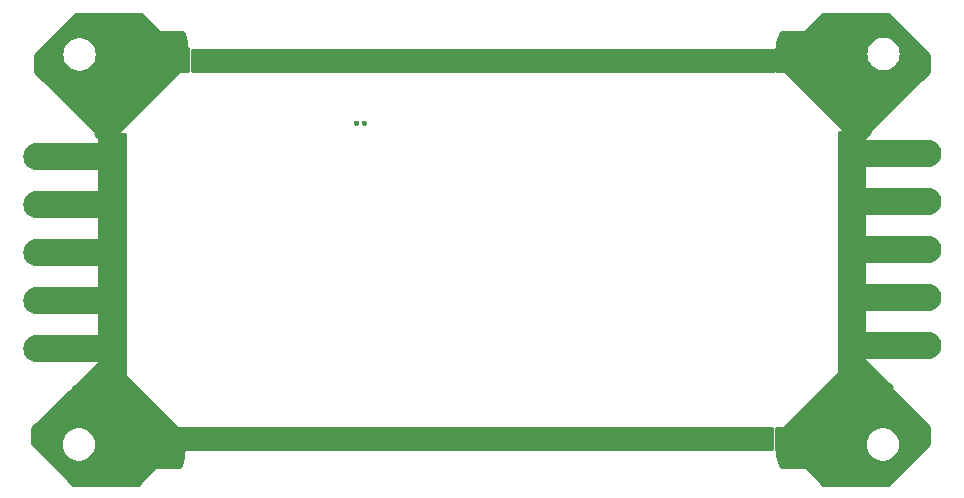
<source format=gbr>
%TF.GenerationSoftware,KiCad,Pcbnew,(5.1.6)-1*%
%TF.CreationDate,2020-11-07T21:14:23+00:00*%
%TF.ProjectId,ninja_iron,6e696e6a-615f-4697-926f-6e2e6b696361,rev?*%
%TF.SameCoordinates,Original*%
%TF.FileFunction,Soldermask,Bot*%
%TF.FilePolarity,Negative*%
%FSLAX46Y46*%
G04 Gerber Fmt 4.6, Leading zero omitted, Abs format (unit mm)*
G04 Created by KiCad (PCBNEW (5.1.6)-1) date 2020-11-07 21:14:23*
%MOMM*%
%LPD*%
G01*
G04 APERTURE LIST*
%ADD10C,0.254000*%
G04 APERTURE END LIST*
%TO.C,-*%
G36*
G01*
X76290000Y-119734000D02*
X76290000Y-119534000D01*
G75*
G02*
X76390000Y-119434000I100000J0D01*
G01*
X76650000Y-119434000D01*
G75*
G02*
X76750000Y-119534000I0J-100000D01*
G01*
X76750000Y-119734000D01*
G75*
G02*
X76650000Y-119834000I-100000J0D01*
G01*
X76390000Y-119834000D01*
G75*
G02*
X76290000Y-119734000I0J100000D01*
G01*
G37*
G36*
G01*
X75650000Y-119734000D02*
X75650000Y-119534000D01*
G75*
G02*
X75750000Y-119434000I100000J0D01*
G01*
X76010000Y-119434000D01*
G75*
G02*
X76110000Y-119534000I0J-100000D01*
G01*
X76110000Y-119734000D01*
G75*
G02*
X76010000Y-119834000I-100000J0D01*
G01*
X75750000Y-119834000D01*
G75*
G02*
X75650000Y-119734000I0J100000D01*
G01*
G37*
%TD*%
D10*
G36*
X59092197Y-111849803D02*
G01*
X59111443Y-111865597D01*
X59133399Y-111877333D01*
X59157224Y-111884560D01*
X59182000Y-111887000D01*
X61135510Y-111887000D01*
X61348173Y-112312326D01*
X61468000Y-112791634D01*
X61468000Y-113284000D01*
X61591091Y-113284000D01*
X61595000Y-113299634D01*
X61595000Y-115189000D01*
X60960000Y-115189000D01*
X60935224Y-115191440D01*
X60911399Y-115198667D01*
X60889443Y-115210403D01*
X60870197Y-115226197D01*
X54811394Y-121285000D01*
X54229000Y-121285000D01*
X54229000Y-120904000D01*
X54226560Y-120879224D01*
X54219333Y-120855399D01*
X54207597Y-120833443D01*
X54191803Y-120814197D01*
X48641000Y-115263394D01*
X48641000Y-113844606D01*
X48693606Y-113792000D01*
X50872000Y-113792000D01*
X50892458Y-114038892D01*
X50953274Y-114279049D01*
X51052789Y-114505921D01*
X51188289Y-114713319D01*
X51356078Y-114895586D01*
X51551578Y-115047750D01*
X51769457Y-115165660D01*
X52003772Y-115246100D01*
X52248131Y-115286877D01*
X52495869Y-115286877D01*
X52740228Y-115246100D01*
X52974543Y-115165660D01*
X53192422Y-115047750D01*
X53387922Y-114895586D01*
X53555711Y-114713319D01*
X53691211Y-114505921D01*
X53790726Y-114279049D01*
X53851542Y-114038892D01*
X53872000Y-113792000D01*
X53851542Y-113545108D01*
X53790726Y-113304951D01*
X53691211Y-113078079D01*
X53555711Y-112870681D01*
X53387922Y-112688414D01*
X53192422Y-112536250D01*
X52974543Y-112418340D01*
X52740228Y-112337900D01*
X52495869Y-112297123D01*
X52248131Y-112297123D01*
X52003772Y-112337900D01*
X51769457Y-112418340D01*
X51551578Y-112536250D01*
X51356078Y-112688414D01*
X51188289Y-112870681D01*
X51052789Y-113078079D01*
X50953274Y-113304951D01*
X50892458Y-113545108D01*
X50872000Y-113792000D01*
X48693606Y-113792000D01*
X52122606Y-110363000D01*
X57605394Y-110363000D01*
X59092197Y-111849803D01*
G37*
X59092197Y-111849803D02*
X59111443Y-111865597D01*
X59133399Y-111877333D01*
X59157224Y-111884560D01*
X59182000Y-111887000D01*
X61135510Y-111887000D01*
X61348173Y-112312326D01*
X61468000Y-112791634D01*
X61468000Y-113284000D01*
X61591091Y-113284000D01*
X61595000Y-113299634D01*
X61595000Y-115189000D01*
X60960000Y-115189000D01*
X60935224Y-115191440D01*
X60911399Y-115198667D01*
X60889443Y-115210403D01*
X60870197Y-115226197D01*
X54811394Y-121285000D01*
X54229000Y-121285000D01*
X54229000Y-120904000D01*
X54226560Y-120879224D01*
X54219333Y-120855399D01*
X54207597Y-120833443D01*
X54191803Y-120814197D01*
X48641000Y-115263394D01*
X48641000Y-113844606D01*
X48693606Y-113792000D01*
X50872000Y-113792000D01*
X50892458Y-114038892D01*
X50953274Y-114279049D01*
X51052789Y-114505921D01*
X51188289Y-114713319D01*
X51356078Y-114895586D01*
X51551578Y-115047750D01*
X51769457Y-115165660D01*
X52003772Y-115246100D01*
X52248131Y-115286877D01*
X52495869Y-115286877D01*
X52740228Y-115246100D01*
X52974543Y-115165660D01*
X53192422Y-115047750D01*
X53387922Y-114895586D01*
X53555711Y-114713319D01*
X53691211Y-114505921D01*
X53790726Y-114279049D01*
X53851542Y-114038892D01*
X53872000Y-113792000D01*
X53851542Y-113545108D01*
X53790726Y-113304951D01*
X53691211Y-113078079D01*
X53555711Y-112870681D01*
X53387922Y-112688414D01*
X53192422Y-112536250D01*
X52974543Y-112418340D01*
X52740228Y-112337900D01*
X52495869Y-112297123D01*
X52248131Y-112297123D01*
X52003772Y-112337900D01*
X51769457Y-112418340D01*
X51551578Y-112536250D01*
X51356078Y-112688414D01*
X51188289Y-112870681D01*
X51052789Y-113078079D01*
X50953274Y-113304951D01*
X50892458Y-113545108D01*
X50872000Y-113792000D01*
X48693606Y-113792000D01*
X52122606Y-110363000D01*
X57605394Y-110363000D01*
X59092197Y-111849803D01*
G36*
X124333000Y-113844606D02*
G01*
X124333000Y-115263394D01*
X118782197Y-120814197D01*
X118766403Y-120833443D01*
X118754667Y-120855399D01*
X118747440Y-120879224D01*
X118745000Y-120904000D01*
X118745000Y-121285000D01*
X118162606Y-121285000D01*
X112103803Y-115226197D01*
X112084557Y-115210403D01*
X112062601Y-115198667D01*
X112038776Y-115191440D01*
X112014000Y-115189000D01*
X111379000Y-115189000D01*
X111379000Y-113744000D01*
X118944000Y-113744000D01*
X118964458Y-113990892D01*
X119025274Y-114231049D01*
X119124789Y-114457921D01*
X119260289Y-114665319D01*
X119428078Y-114847586D01*
X119623578Y-114999750D01*
X119841457Y-115117660D01*
X120075772Y-115198100D01*
X120320131Y-115238877D01*
X120567869Y-115238877D01*
X120812228Y-115198100D01*
X121046543Y-115117660D01*
X121264422Y-114999750D01*
X121459922Y-114847586D01*
X121627711Y-114665319D01*
X121763211Y-114457921D01*
X121862726Y-114231049D01*
X121923542Y-113990892D01*
X121944000Y-113744000D01*
X121923542Y-113497108D01*
X121862726Y-113256951D01*
X121763211Y-113030079D01*
X121627711Y-112822681D01*
X121459922Y-112640414D01*
X121264422Y-112488250D01*
X121046543Y-112370340D01*
X120812228Y-112289900D01*
X120567869Y-112249123D01*
X120320131Y-112249123D01*
X120075772Y-112289900D01*
X119841457Y-112370340D01*
X119623578Y-112488250D01*
X119428078Y-112640414D01*
X119260289Y-112822681D01*
X119124789Y-113030079D01*
X119025274Y-113256951D01*
X118964458Y-113497108D01*
X118944000Y-113744000D01*
X111379000Y-113744000D01*
X111379000Y-113299634D01*
X111382909Y-113284000D01*
X111506000Y-113284000D01*
X111506000Y-112791634D01*
X111625827Y-112312326D01*
X111838490Y-111887000D01*
X113792000Y-111887000D01*
X113816776Y-111884560D01*
X113840601Y-111877333D01*
X113862557Y-111865597D01*
X113881803Y-111849803D01*
X115368606Y-110363000D01*
X120851394Y-110363000D01*
X124333000Y-113844606D01*
G37*
X124333000Y-113844606D02*
X124333000Y-115263394D01*
X118782197Y-120814197D01*
X118766403Y-120833443D01*
X118754667Y-120855399D01*
X118747440Y-120879224D01*
X118745000Y-120904000D01*
X118745000Y-121285000D01*
X118162606Y-121285000D01*
X112103803Y-115226197D01*
X112084557Y-115210403D01*
X112062601Y-115198667D01*
X112038776Y-115191440D01*
X112014000Y-115189000D01*
X111379000Y-115189000D01*
X111379000Y-113744000D01*
X118944000Y-113744000D01*
X118964458Y-113990892D01*
X119025274Y-114231049D01*
X119124789Y-114457921D01*
X119260289Y-114665319D01*
X119428078Y-114847586D01*
X119623578Y-114999750D01*
X119841457Y-115117660D01*
X120075772Y-115198100D01*
X120320131Y-115238877D01*
X120567869Y-115238877D01*
X120812228Y-115198100D01*
X121046543Y-115117660D01*
X121264422Y-114999750D01*
X121459922Y-114847586D01*
X121627711Y-114665319D01*
X121763211Y-114457921D01*
X121862726Y-114231049D01*
X121923542Y-113990892D01*
X121944000Y-113744000D01*
X121923542Y-113497108D01*
X121862726Y-113256951D01*
X121763211Y-113030079D01*
X121627711Y-112822681D01*
X121459922Y-112640414D01*
X121264422Y-112488250D01*
X121046543Y-112370340D01*
X120812228Y-112289900D01*
X120567869Y-112249123D01*
X120320131Y-112249123D01*
X120075772Y-112289900D01*
X119841457Y-112370340D01*
X119623578Y-112488250D01*
X119428078Y-112640414D01*
X119260289Y-112822681D01*
X119124789Y-113030079D01*
X119025274Y-113256951D01*
X118964458Y-113497108D01*
X118944000Y-113744000D01*
X111379000Y-113744000D01*
X111379000Y-113299634D01*
X111382909Y-113284000D01*
X111506000Y-113284000D01*
X111506000Y-112791634D01*
X111625827Y-112312326D01*
X111838490Y-111887000D01*
X113792000Y-111887000D01*
X113816776Y-111884560D01*
X113840601Y-111877333D01*
X113862557Y-111865597D01*
X113881803Y-111849803D01*
X115368606Y-110363000D01*
X120851394Y-110363000D01*
X124333000Y-113844606D01*
G36*
X111017617Y-147193000D02*
G01*
X61341000Y-147193000D01*
X61341000Y-145415000D01*
X111017617Y-145415000D01*
X111017617Y-147193000D01*
G37*
X111017617Y-147193000D02*
X61341000Y-147193000D01*
X61341000Y-145415000D01*
X111017617Y-145415000D01*
X111017617Y-147193000D01*
G36*
X56261000Y-142144994D02*
G01*
X51811415Y-142144994D01*
X54102000Y-139954000D01*
X54102000Y-139700000D01*
X48768000Y-139700000D01*
X48569788Y-139680478D01*
X48379194Y-139622662D01*
X48203541Y-139528773D01*
X48049580Y-139402420D01*
X47923227Y-139248459D01*
X47829338Y-139072806D01*
X47771522Y-138882212D01*
X47752000Y-138684000D01*
X47771522Y-138485788D01*
X47829338Y-138295194D01*
X47923227Y-138119541D01*
X48049580Y-137965580D01*
X48203541Y-137839227D01*
X48379194Y-137745338D01*
X48569788Y-137687522D01*
X48768000Y-137668000D01*
X54102000Y-137668000D01*
X54102000Y-135636000D01*
X48768000Y-135636000D01*
X48569788Y-135616478D01*
X48379194Y-135558662D01*
X48203541Y-135464773D01*
X48049580Y-135338420D01*
X47923227Y-135184459D01*
X47829338Y-135008806D01*
X47771522Y-134818212D01*
X47752000Y-134620000D01*
X47771522Y-134421788D01*
X47829338Y-134231194D01*
X47923227Y-134055541D01*
X48049580Y-133901580D01*
X48203541Y-133775227D01*
X48379194Y-133681338D01*
X48569788Y-133623522D01*
X48768000Y-133604000D01*
X54102000Y-133604000D01*
X54102000Y-131572000D01*
X48768000Y-131572000D01*
X48569788Y-131552478D01*
X48379194Y-131494662D01*
X48203541Y-131400773D01*
X48049580Y-131274420D01*
X47923227Y-131120459D01*
X47829338Y-130944806D01*
X47771522Y-130754212D01*
X47752000Y-130556000D01*
X47771522Y-130357788D01*
X47829338Y-130167194D01*
X47923227Y-129991541D01*
X48049580Y-129837580D01*
X48203541Y-129711227D01*
X48379194Y-129617338D01*
X48569788Y-129559522D01*
X48768000Y-129540000D01*
X54102000Y-129540000D01*
X54102000Y-127508000D01*
X48768000Y-127508000D01*
X48569788Y-127488478D01*
X48379194Y-127430662D01*
X48203541Y-127336773D01*
X48049580Y-127210420D01*
X47923227Y-127056459D01*
X47829338Y-126880806D01*
X47771522Y-126690212D01*
X47752000Y-126492000D01*
X47771522Y-126293788D01*
X47829338Y-126103194D01*
X47923227Y-125927541D01*
X48049580Y-125773580D01*
X48203541Y-125647227D01*
X48379194Y-125553338D01*
X48569788Y-125495522D01*
X48768000Y-125476000D01*
X54102000Y-125476000D01*
X54102000Y-123444000D01*
X48768000Y-123444000D01*
X48569788Y-123424478D01*
X48379194Y-123366662D01*
X48203541Y-123272773D01*
X48049580Y-123146420D01*
X47923227Y-122992459D01*
X47829338Y-122816806D01*
X47771522Y-122626212D01*
X47752000Y-122428000D01*
X47771522Y-122229788D01*
X47829338Y-122039194D01*
X47923227Y-121863541D01*
X48049580Y-121709580D01*
X48203541Y-121583227D01*
X48379194Y-121489338D01*
X48569788Y-121431522D01*
X48768000Y-121412000D01*
X54102000Y-121412000D01*
X54102000Y-120904000D01*
X53752994Y-120554994D01*
X56261000Y-120554994D01*
X56261000Y-142144994D01*
G37*
X56261000Y-142144994D02*
X51811415Y-142144994D01*
X54102000Y-139954000D01*
X54102000Y-139700000D01*
X48768000Y-139700000D01*
X48569788Y-139680478D01*
X48379194Y-139622662D01*
X48203541Y-139528773D01*
X48049580Y-139402420D01*
X47923227Y-139248459D01*
X47829338Y-139072806D01*
X47771522Y-138882212D01*
X47752000Y-138684000D01*
X47771522Y-138485788D01*
X47829338Y-138295194D01*
X47923227Y-138119541D01*
X48049580Y-137965580D01*
X48203541Y-137839227D01*
X48379194Y-137745338D01*
X48569788Y-137687522D01*
X48768000Y-137668000D01*
X54102000Y-137668000D01*
X54102000Y-135636000D01*
X48768000Y-135636000D01*
X48569788Y-135616478D01*
X48379194Y-135558662D01*
X48203541Y-135464773D01*
X48049580Y-135338420D01*
X47923227Y-135184459D01*
X47829338Y-135008806D01*
X47771522Y-134818212D01*
X47752000Y-134620000D01*
X47771522Y-134421788D01*
X47829338Y-134231194D01*
X47923227Y-134055541D01*
X48049580Y-133901580D01*
X48203541Y-133775227D01*
X48379194Y-133681338D01*
X48569788Y-133623522D01*
X48768000Y-133604000D01*
X54102000Y-133604000D01*
X54102000Y-131572000D01*
X48768000Y-131572000D01*
X48569788Y-131552478D01*
X48379194Y-131494662D01*
X48203541Y-131400773D01*
X48049580Y-131274420D01*
X47923227Y-131120459D01*
X47829338Y-130944806D01*
X47771522Y-130754212D01*
X47752000Y-130556000D01*
X47771522Y-130357788D01*
X47829338Y-130167194D01*
X47923227Y-129991541D01*
X48049580Y-129837580D01*
X48203541Y-129711227D01*
X48379194Y-129617338D01*
X48569788Y-129559522D01*
X48768000Y-129540000D01*
X54102000Y-129540000D01*
X54102000Y-127508000D01*
X48768000Y-127508000D01*
X48569788Y-127488478D01*
X48379194Y-127430662D01*
X48203541Y-127336773D01*
X48049580Y-127210420D01*
X47923227Y-127056459D01*
X47829338Y-126880806D01*
X47771522Y-126690212D01*
X47752000Y-126492000D01*
X47771522Y-126293788D01*
X47829338Y-126103194D01*
X47923227Y-125927541D01*
X48049580Y-125773580D01*
X48203541Y-125647227D01*
X48379194Y-125553338D01*
X48569788Y-125495522D01*
X48768000Y-125476000D01*
X54102000Y-125476000D01*
X54102000Y-123444000D01*
X48768000Y-123444000D01*
X48569788Y-123424478D01*
X48379194Y-123366662D01*
X48203541Y-123272773D01*
X48049580Y-123146420D01*
X47923227Y-122992459D01*
X47829338Y-122816806D01*
X47771522Y-122626212D01*
X47752000Y-122428000D01*
X47771522Y-122229788D01*
X47829338Y-122039194D01*
X47923227Y-121863541D01*
X48049580Y-121709580D01*
X48203541Y-121583227D01*
X48379194Y-121489338D01*
X48569788Y-121431522D01*
X48768000Y-121412000D01*
X54102000Y-121412000D01*
X54102000Y-120904000D01*
X53752994Y-120554994D01*
X56261000Y-120554994D01*
X56261000Y-142144994D01*
G36*
X60613851Y-145377803D02*
G01*
X60633097Y-145393597D01*
X60655053Y-145405333D01*
X60678878Y-145412560D01*
X60703654Y-145415000D01*
X61338654Y-145415000D01*
X61338654Y-147304366D01*
X61334746Y-147320000D01*
X61214000Y-147320000D01*
X61214000Y-147802982D01*
X61091827Y-148291674D01*
X60879164Y-148717000D01*
X58925654Y-148717000D01*
X58900878Y-148719440D01*
X58877053Y-148726667D01*
X58855097Y-148738403D01*
X58835851Y-148754197D01*
X57349048Y-150241000D01*
X51866260Y-150241000D01*
X48437260Y-146812000D01*
X50824000Y-146812000D01*
X50844458Y-147058892D01*
X50905274Y-147299049D01*
X51004789Y-147525921D01*
X51140289Y-147733319D01*
X51308078Y-147915586D01*
X51503578Y-148067750D01*
X51721457Y-148185660D01*
X51955772Y-148266100D01*
X52200131Y-148306877D01*
X52447869Y-148306877D01*
X52692228Y-148266100D01*
X52926543Y-148185660D01*
X53144422Y-148067750D01*
X53339922Y-147915586D01*
X53507711Y-147733319D01*
X53643211Y-147525921D01*
X53742726Y-147299049D01*
X53803542Y-147058892D01*
X53824000Y-146812000D01*
X53803542Y-146565108D01*
X53742726Y-146324951D01*
X53643211Y-146098079D01*
X53507711Y-145890681D01*
X53339922Y-145708414D01*
X53144422Y-145556250D01*
X52926543Y-145438340D01*
X52692228Y-145357900D01*
X52447869Y-145317123D01*
X52200131Y-145317123D01*
X51955772Y-145357900D01*
X51721457Y-145438340D01*
X51503578Y-145556250D01*
X51308078Y-145708414D01*
X51140289Y-145890681D01*
X51004789Y-146098079D01*
X50905274Y-146324951D01*
X50844458Y-146565108D01*
X50824000Y-146812000D01*
X48437260Y-146812000D01*
X48384654Y-146759394D01*
X48384654Y-145422766D01*
X54102000Y-139954000D01*
X54102000Y-139700000D01*
X53972654Y-139700000D01*
X53972654Y-139319000D01*
X54555048Y-139319000D01*
X60613851Y-145377803D01*
G37*
X60613851Y-145377803D02*
X60633097Y-145393597D01*
X60655053Y-145405333D01*
X60678878Y-145412560D01*
X60703654Y-145415000D01*
X61338654Y-145415000D01*
X61338654Y-147304366D01*
X61334746Y-147320000D01*
X61214000Y-147320000D01*
X61214000Y-147802982D01*
X61091827Y-148291674D01*
X60879164Y-148717000D01*
X58925654Y-148717000D01*
X58900878Y-148719440D01*
X58877053Y-148726667D01*
X58855097Y-148738403D01*
X58835851Y-148754197D01*
X57349048Y-150241000D01*
X51866260Y-150241000D01*
X48437260Y-146812000D01*
X50824000Y-146812000D01*
X50844458Y-147058892D01*
X50905274Y-147299049D01*
X51004789Y-147525921D01*
X51140289Y-147733319D01*
X51308078Y-147915586D01*
X51503578Y-148067750D01*
X51721457Y-148185660D01*
X51955772Y-148266100D01*
X52200131Y-148306877D01*
X52447869Y-148306877D01*
X52692228Y-148266100D01*
X52926543Y-148185660D01*
X53144422Y-148067750D01*
X53339922Y-147915586D01*
X53507711Y-147733319D01*
X53643211Y-147525921D01*
X53742726Y-147299049D01*
X53803542Y-147058892D01*
X53824000Y-146812000D01*
X53803542Y-146565108D01*
X53742726Y-146324951D01*
X53643211Y-146098079D01*
X53507711Y-145890681D01*
X53339922Y-145708414D01*
X53144422Y-145556250D01*
X52926543Y-145438340D01*
X52692228Y-145357900D01*
X52447869Y-145317123D01*
X52200131Y-145317123D01*
X51955772Y-145357900D01*
X51721457Y-145438340D01*
X51503578Y-145556250D01*
X51308078Y-145708414D01*
X51140289Y-145890681D01*
X51004789Y-146098079D01*
X50905274Y-146324951D01*
X50844458Y-146565108D01*
X50824000Y-146812000D01*
X48437260Y-146812000D01*
X48384654Y-146759394D01*
X48384654Y-145422766D01*
X54102000Y-139954000D01*
X54102000Y-139700000D01*
X53972654Y-139700000D01*
X53972654Y-139319000D01*
X54555048Y-139319000D01*
X60613851Y-145377803D01*
G36*
X118872000Y-120900000D02*
G01*
X118872000Y-121158000D01*
X124206000Y-121158000D01*
X124404212Y-121177522D01*
X124594806Y-121235338D01*
X124770459Y-121329227D01*
X124924420Y-121455580D01*
X125050773Y-121609541D01*
X125144662Y-121785194D01*
X125202478Y-121975788D01*
X125222000Y-122174000D01*
X125202478Y-122372212D01*
X125144662Y-122562806D01*
X125050773Y-122738459D01*
X124924420Y-122892420D01*
X124770459Y-123018773D01*
X124594806Y-123112662D01*
X124404212Y-123170478D01*
X124206000Y-123190000D01*
X118872000Y-123190000D01*
X118872000Y-125222000D01*
X124206000Y-125222000D01*
X124404212Y-125241522D01*
X124594806Y-125299338D01*
X124770459Y-125393227D01*
X124924420Y-125519580D01*
X125050773Y-125673541D01*
X125144662Y-125849194D01*
X125202478Y-126039788D01*
X125222000Y-126238000D01*
X125202478Y-126436212D01*
X125144662Y-126626806D01*
X125050773Y-126802459D01*
X124924420Y-126956420D01*
X124770459Y-127082773D01*
X124594806Y-127176662D01*
X124404212Y-127234478D01*
X124206000Y-127254000D01*
X118872000Y-127254000D01*
X118872000Y-129286000D01*
X124206000Y-129286000D01*
X124404212Y-129305522D01*
X124594806Y-129363338D01*
X124770459Y-129457227D01*
X124924420Y-129583580D01*
X125050773Y-129737541D01*
X125144662Y-129913194D01*
X125202478Y-130103788D01*
X125222000Y-130302000D01*
X125202478Y-130500212D01*
X125144662Y-130690806D01*
X125050773Y-130866459D01*
X124924420Y-131020420D01*
X124770459Y-131146773D01*
X124594806Y-131240662D01*
X124404212Y-131298478D01*
X124206000Y-131318000D01*
X118872000Y-131318000D01*
X118872000Y-133350000D01*
X124206000Y-133350000D01*
X124404212Y-133369522D01*
X124594806Y-133427338D01*
X124770459Y-133521227D01*
X124924420Y-133647580D01*
X125050773Y-133801541D01*
X125144662Y-133977194D01*
X125202478Y-134167788D01*
X125222000Y-134366000D01*
X125202478Y-134564212D01*
X125144662Y-134754806D01*
X125050773Y-134930459D01*
X124924420Y-135084420D01*
X124770459Y-135210773D01*
X124594806Y-135304662D01*
X124404212Y-135362478D01*
X124206000Y-135382000D01*
X118872000Y-135382000D01*
X118872000Y-137414000D01*
X124206000Y-137414000D01*
X124404212Y-137433522D01*
X124594806Y-137491338D01*
X124770459Y-137585227D01*
X124924420Y-137711580D01*
X125050773Y-137865541D01*
X125144662Y-138041194D01*
X125202478Y-138231788D01*
X125222000Y-138430000D01*
X125202478Y-138628212D01*
X125144662Y-138818806D01*
X125050773Y-138994459D01*
X124924420Y-139148420D01*
X124770459Y-139274773D01*
X124594806Y-139368662D01*
X124404212Y-139426478D01*
X124206000Y-139446000D01*
X118872000Y-139446000D01*
X118872000Y-139700000D01*
X121180362Y-142008362D01*
X116713000Y-142008362D01*
X116713000Y-120418362D01*
X119353983Y-120418362D01*
X118872000Y-120900000D01*
G37*
X118872000Y-120900000D02*
X118872000Y-121158000D01*
X124206000Y-121158000D01*
X124404212Y-121177522D01*
X124594806Y-121235338D01*
X124770459Y-121329227D01*
X124924420Y-121455580D01*
X125050773Y-121609541D01*
X125144662Y-121785194D01*
X125202478Y-121975788D01*
X125222000Y-122174000D01*
X125202478Y-122372212D01*
X125144662Y-122562806D01*
X125050773Y-122738459D01*
X124924420Y-122892420D01*
X124770459Y-123018773D01*
X124594806Y-123112662D01*
X124404212Y-123170478D01*
X124206000Y-123190000D01*
X118872000Y-123190000D01*
X118872000Y-125222000D01*
X124206000Y-125222000D01*
X124404212Y-125241522D01*
X124594806Y-125299338D01*
X124770459Y-125393227D01*
X124924420Y-125519580D01*
X125050773Y-125673541D01*
X125144662Y-125849194D01*
X125202478Y-126039788D01*
X125222000Y-126238000D01*
X125202478Y-126436212D01*
X125144662Y-126626806D01*
X125050773Y-126802459D01*
X124924420Y-126956420D01*
X124770459Y-127082773D01*
X124594806Y-127176662D01*
X124404212Y-127234478D01*
X124206000Y-127254000D01*
X118872000Y-127254000D01*
X118872000Y-129286000D01*
X124206000Y-129286000D01*
X124404212Y-129305522D01*
X124594806Y-129363338D01*
X124770459Y-129457227D01*
X124924420Y-129583580D01*
X125050773Y-129737541D01*
X125144662Y-129913194D01*
X125202478Y-130103788D01*
X125222000Y-130302000D01*
X125202478Y-130500212D01*
X125144662Y-130690806D01*
X125050773Y-130866459D01*
X124924420Y-131020420D01*
X124770459Y-131146773D01*
X124594806Y-131240662D01*
X124404212Y-131298478D01*
X124206000Y-131318000D01*
X118872000Y-131318000D01*
X118872000Y-133350000D01*
X124206000Y-133350000D01*
X124404212Y-133369522D01*
X124594806Y-133427338D01*
X124770459Y-133521227D01*
X124924420Y-133647580D01*
X125050773Y-133801541D01*
X125144662Y-133977194D01*
X125202478Y-134167788D01*
X125222000Y-134366000D01*
X125202478Y-134564212D01*
X125144662Y-134754806D01*
X125050773Y-134930459D01*
X124924420Y-135084420D01*
X124770459Y-135210773D01*
X124594806Y-135304662D01*
X124404212Y-135362478D01*
X124206000Y-135382000D01*
X118872000Y-135382000D01*
X118872000Y-137414000D01*
X124206000Y-137414000D01*
X124404212Y-137433522D01*
X124594806Y-137491338D01*
X124770459Y-137585227D01*
X124924420Y-137711580D01*
X125050773Y-137865541D01*
X125144662Y-138041194D01*
X125202478Y-138231788D01*
X125222000Y-138430000D01*
X125202478Y-138628212D01*
X125144662Y-138818806D01*
X125050773Y-138994459D01*
X124924420Y-139148420D01*
X124770459Y-139274773D01*
X124594806Y-139368662D01*
X124404212Y-139426478D01*
X124206000Y-139446000D01*
X118872000Y-139446000D01*
X118872000Y-139700000D01*
X121180362Y-142008362D01*
X116713000Y-142008362D01*
X116713000Y-120418362D01*
X119353983Y-120418362D01*
X118872000Y-120900000D01*
G36*
X118745000Y-139700000D02*
G01*
X118747440Y-139724776D01*
X118754667Y-139748601D01*
X118766403Y-139770557D01*
X118782197Y-139789803D01*
X124333000Y-145340606D01*
X124333000Y-146759394D01*
X120851394Y-150241000D01*
X115368606Y-150241000D01*
X113881803Y-148754197D01*
X113862557Y-148738403D01*
X113840601Y-148726667D01*
X113816776Y-148719440D01*
X113792000Y-148717000D01*
X111838490Y-148717000D01*
X111625827Y-148291674D01*
X111506000Y-147812366D01*
X111506000Y-147320000D01*
X111382908Y-147320000D01*
X111379000Y-147304366D01*
X111379000Y-146812000D01*
X118896000Y-146812000D01*
X118916458Y-147058892D01*
X118977274Y-147299049D01*
X119076789Y-147525921D01*
X119212289Y-147733319D01*
X119380078Y-147915586D01*
X119575578Y-148067750D01*
X119793457Y-148185660D01*
X120027772Y-148266100D01*
X120272131Y-148306877D01*
X120519869Y-148306877D01*
X120764228Y-148266100D01*
X120998543Y-148185660D01*
X121216422Y-148067750D01*
X121411922Y-147915586D01*
X121579711Y-147733319D01*
X121715211Y-147525921D01*
X121814726Y-147299049D01*
X121875542Y-147058892D01*
X121896000Y-146812000D01*
X121875542Y-146565108D01*
X121814726Y-146324951D01*
X121715211Y-146098079D01*
X121579711Y-145890681D01*
X121411922Y-145708414D01*
X121216422Y-145556250D01*
X120998543Y-145438340D01*
X120764228Y-145357900D01*
X120519869Y-145317123D01*
X120272131Y-145317123D01*
X120027772Y-145357900D01*
X119793457Y-145438340D01*
X119575578Y-145556250D01*
X119380078Y-145708414D01*
X119212289Y-145890681D01*
X119076789Y-146098079D01*
X118977274Y-146324951D01*
X118916458Y-146565108D01*
X118896000Y-146812000D01*
X111379000Y-146812000D01*
X111379000Y-145415000D01*
X112014000Y-145415000D01*
X112038776Y-145412560D01*
X112062601Y-145405333D01*
X112084557Y-145393597D01*
X112103803Y-145377803D01*
X118162606Y-139319000D01*
X118745000Y-139319000D01*
X118745000Y-139700000D01*
G37*
X118745000Y-139700000D02*
X118747440Y-139724776D01*
X118754667Y-139748601D01*
X118766403Y-139770557D01*
X118782197Y-139789803D01*
X124333000Y-145340606D01*
X124333000Y-146759394D01*
X120851394Y-150241000D01*
X115368606Y-150241000D01*
X113881803Y-148754197D01*
X113862557Y-148738403D01*
X113840601Y-148726667D01*
X113816776Y-148719440D01*
X113792000Y-148717000D01*
X111838490Y-148717000D01*
X111625827Y-148291674D01*
X111506000Y-147812366D01*
X111506000Y-147320000D01*
X111382908Y-147320000D01*
X111379000Y-147304366D01*
X111379000Y-146812000D01*
X118896000Y-146812000D01*
X118916458Y-147058892D01*
X118977274Y-147299049D01*
X119076789Y-147525921D01*
X119212289Y-147733319D01*
X119380078Y-147915586D01*
X119575578Y-148067750D01*
X119793457Y-148185660D01*
X120027772Y-148266100D01*
X120272131Y-148306877D01*
X120519869Y-148306877D01*
X120764228Y-148266100D01*
X120998543Y-148185660D01*
X121216422Y-148067750D01*
X121411922Y-147915586D01*
X121579711Y-147733319D01*
X121715211Y-147525921D01*
X121814726Y-147299049D01*
X121875542Y-147058892D01*
X121896000Y-146812000D01*
X121875542Y-146565108D01*
X121814726Y-146324951D01*
X121715211Y-146098079D01*
X121579711Y-145890681D01*
X121411922Y-145708414D01*
X121216422Y-145556250D01*
X120998543Y-145438340D01*
X120764228Y-145357900D01*
X120519869Y-145317123D01*
X120272131Y-145317123D01*
X120027772Y-145357900D01*
X119793457Y-145438340D01*
X119575578Y-145556250D01*
X119380078Y-145708414D01*
X119212289Y-145890681D01*
X119076789Y-146098079D01*
X118977274Y-146324951D01*
X118916458Y-146565108D01*
X118896000Y-146812000D01*
X111379000Y-146812000D01*
X111379000Y-145415000D01*
X112014000Y-145415000D01*
X112038776Y-145412560D01*
X112062601Y-145405333D01*
X112084557Y-145393597D01*
X112103803Y-145377803D01*
X118162606Y-139319000D01*
X118745000Y-139319000D01*
X118745000Y-139700000D01*
G36*
X111244568Y-115189000D02*
G01*
X61968568Y-115189000D01*
X61968568Y-113411000D01*
X111244568Y-113411000D01*
X111244568Y-115189000D01*
G37*
X111244568Y-115189000D02*
X61968568Y-115189000D01*
X61968568Y-113411000D01*
X111244568Y-113411000D01*
X111244568Y-115189000D01*
M02*

</source>
